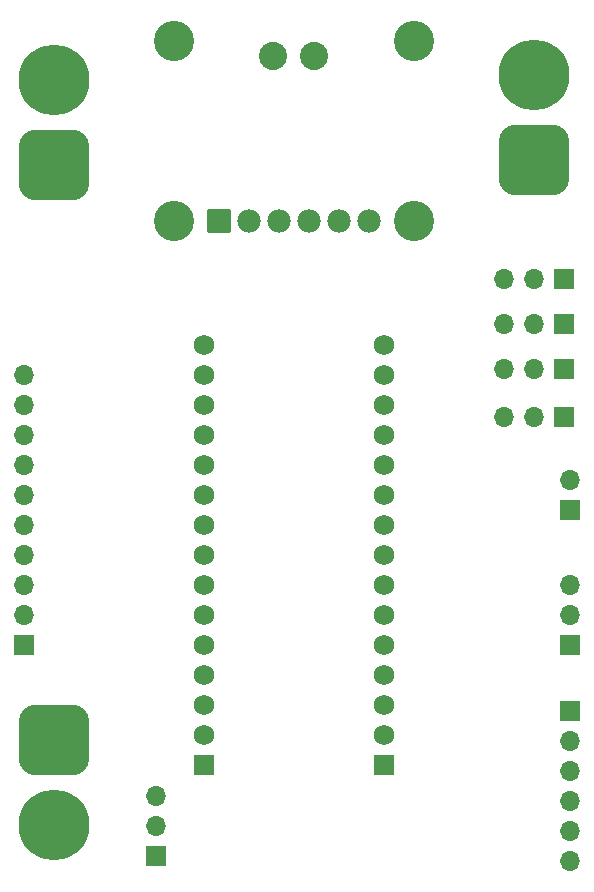
<source format=gbr>
%TF.GenerationSoftware,KiCad,Pcbnew,7.0.10-7.0.10~ubuntu22.04.1*%
%TF.CreationDate,2024-09-29T13:00:56+02:00*%
%TF.ProjectId,kicad,6b696361-642e-46b6-9963-61645f706362,rev?*%
%TF.SameCoordinates,Original*%
%TF.FileFunction,Soldermask,Bot*%
%TF.FilePolarity,Negative*%
%FSLAX46Y46*%
G04 Gerber Fmt 4.6, Leading zero omitted, Abs format (unit mm)*
G04 Created by KiCad (PCBNEW 7.0.10-7.0.10~ubuntu22.04.1) date 2024-09-29 13:00:56*
%MOMM*%
%LPD*%
G01*
G04 APERTURE LIST*
G04 Aperture macros list*
%AMRoundRect*
0 Rectangle with rounded corners*
0 $1 Rounding radius*
0 $2 $3 $4 $5 $6 $7 $8 $9 X,Y pos of 4 corners*
0 Add a 4 corners polygon primitive as box body*
4,1,4,$2,$3,$4,$5,$6,$7,$8,$9,$2,$3,0*
0 Add four circle primitives for the rounded corners*
1,1,$1+$1,$2,$3*
1,1,$1+$1,$4,$5*
1,1,$1+$1,$6,$7*
1,1,$1+$1,$8,$9*
0 Add four rect primitives between the rounded corners*
20,1,$1+$1,$2,$3,$4,$5,0*
20,1,$1+$1,$4,$5,$6,$7,0*
20,1,$1+$1,$6,$7,$8,$9,0*
20,1,$1+$1,$8,$9,$2,$3,0*%
G04 Aperture macros list end*
%ADD10R,1.700000X1.700000*%
%ADD11O,1.700000X1.700000*%
%ADD12C,1.734000*%
%ADD13RoundRect,0.102000X0.765000X0.765000X-0.765000X0.765000X-0.765000X-0.765000X0.765000X-0.765000X0*%
%ADD14RoundRect,0.102000X-0.889000X-0.889000X0.889000X-0.889000X0.889000X0.889000X-0.889000X0.889000X0*%
%ADD15C,1.982000*%
%ADD16C,3.404000*%
%ADD17C,2.388400*%
%ADD18RoundRect,1.500000X-1.500000X1.500000X-1.500000X-1.500000X1.500000X-1.500000X1.500000X1.500000X0*%
%ADD19C,6.000000*%
%ADD20RoundRect,1.500000X1.500000X-1.500000X1.500000X1.500000X-1.500000X1.500000X-1.500000X-1.500000X0*%
G04 APERTURE END LIST*
D10*
%TO.C,J9*%
X112268000Y-127127000D03*
D11*
X112268000Y-124587000D03*
X112268000Y-122047000D03*
%TD*%
D12*
%TO.C,U5*%
X131572000Y-83820000D03*
X131572000Y-86360000D03*
X131572000Y-88900000D03*
X131572000Y-91440000D03*
X131572000Y-93980000D03*
X131572000Y-96520000D03*
X131572000Y-99060000D03*
X131572000Y-101600000D03*
X131572000Y-104140000D03*
X131572000Y-106680000D03*
X131572000Y-109220000D03*
X131572000Y-111760000D03*
X131572000Y-114300000D03*
X131572000Y-116840000D03*
D13*
X131572000Y-119380000D03*
D12*
X116332000Y-83820000D03*
X116332000Y-86360000D03*
X116332000Y-88900000D03*
X116332000Y-91440000D03*
X116332000Y-93980000D03*
X116332000Y-96520000D03*
X116332000Y-99060000D03*
X116332000Y-101600000D03*
X116332000Y-104140000D03*
X116332000Y-106680000D03*
X116332000Y-109220000D03*
X116332000Y-111760000D03*
X116332000Y-114300000D03*
X116332000Y-116840000D03*
D13*
X116332000Y-119380000D03*
%TD*%
D14*
%TO.C,U1*%
X117602000Y-73357500D03*
D15*
X120142000Y-73357500D03*
X122682000Y-73357500D03*
X125222000Y-73357500D03*
X127762000Y-73357500D03*
X130302000Y-73357500D03*
D16*
X113792000Y-58117500D03*
X134112000Y-58117500D03*
X113792000Y-73357500D03*
X134112000Y-73357500D03*
D17*
X125652000Y-59387500D03*
X122152000Y-59387500D03*
%TD*%
D10*
%TO.C,J5*%
X146812000Y-89916000D03*
D11*
X144272000Y-89916000D03*
X141732000Y-89916000D03*
%TD*%
%TO.C,J6*%
X101092000Y-86360000D03*
X101092000Y-88900000D03*
X101092000Y-91440000D03*
X101092000Y-93980000D03*
X101092000Y-96520000D03*
X101092000Y-99060000D03*
X101092000Y-101600000D03*
X101092000Y-104140000D03*
X101092000Y-106680000D03*
D10*
X101092000Y-109220000D03*
%TD*%
%TO.C,J3*%
X146827000Y-82042000D03*
D11*
X144287000Y-82042000D03*
X141747000Y-82042000D03*
%TD*%
D18*
%TO.C,J1*%
X103632000Y-117260000D03*
D19*
X103632000Y-124460000D03*
%TD*%
D20*
%TO.C,J7*%
X144272000Y-68160000D03*
D19*
X144272000Y-60960000D03*
%TD*%
D11*
%TO.C,J2*%
X141747000Y-78232000D03*
X144287000Y-78232000D03*
D10*
X146827000Y-78232000D03*
%TD*%
D11*
%TO.C,J11*%
X147320000Y-104125000D03*
X147320000Y-106665000D03*
D10*
X147320000Y-109205000D03*
%TD*%
%TO.C,J4*%
X146812000Y-85852000D03*
D11*
X144272000Y-85852000D03*
X141732000Y-85852000D03*
%TD*%
D10*
%TO.C,J10*%
X147320000Y-114808000D03*
D11*
X147320000Y-117348000D03*
X147320000Y-119888000D03*
X147320000Y-122428000D03*
X147320000Y-124968000D03*
X147320000Y-127508000D03*
%TD*%
D20*
%TO.C,J8*%
X103632000Y-68580000D03*
D19*
X103632000Y-61380000D03*
%TD*%
D10*
%TO.C,J12*%
X147320000Y-97790000D03*
D11*
X147320000Y-95250000D03*
%TD*%
M02*

</source>
